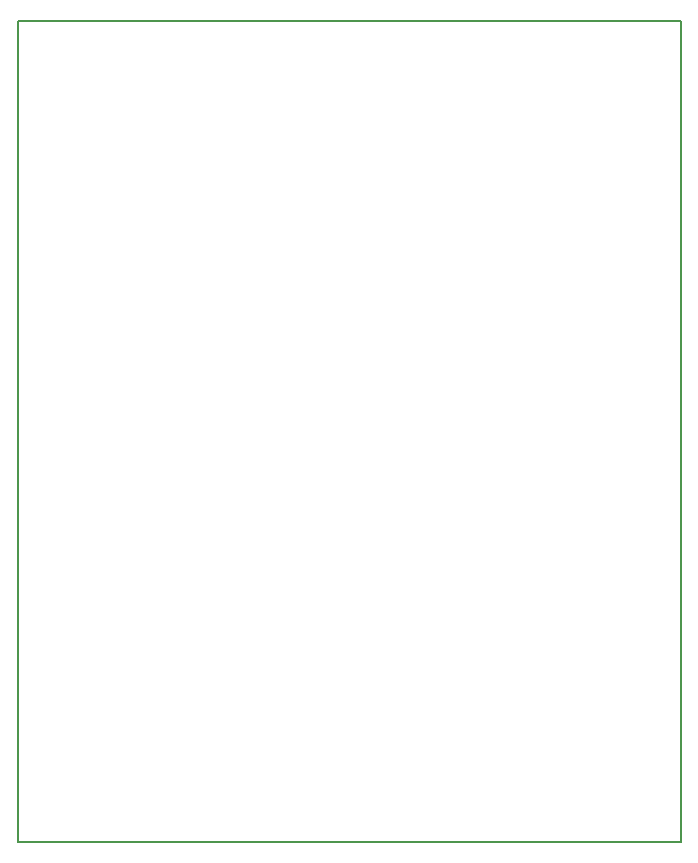
<source format=gbr>
G04 (created by PCBNEW (2013-07-07 BZR 4022)-stable) date 10/18/2013 11:27:31 AM*
%MOIN*%
G04 Gerber Fmt 3.4, Leading zero omitted, Abs format*
%FSLAX34Y34*%
G01*
G70*
G90*
G04 APERTURE LIST*
%ADD10C,0.00590551*%
G04 APERTURE END LIST*
G54D10*
X100240Y-31360D02*
X78120Y-31360D01*
X100240Y-58700D02*
X100240Y-31360D01*
X78120Y-58700D02*
X100240Y-58700D01*
X78120Y-31360D02*
X78120Y-58700D01*
M02*

</source>
